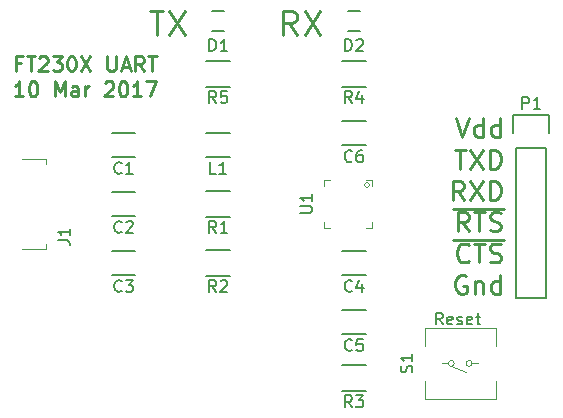
<source format=gbr>
G04 #@! TF.FileFunction,Legend,Top*
%FSLAX46Y46*%
G04 Gerber Fmt 4.6, Leading zero omitted, Abs format (unit mm)*
G04 Created by KiCad (PCBNEW 4.0.6) date 03/10/17 18:33:18*
%MOMM*%
%LPD*%
G01*
G04 APERTURE LIST*
%ADD10C,0.150000*%
%ADD11C,0.250000*%
%ADD12C,0.100000*%
G04 APERTURE END LIST*
D10*
D11*
X140053572Y-67348214D02*
X139636905Y-67348214D01*
X139636905Y-68002976D02*
X139636905Y-66752976D01*
X140232143Y-66752976D01*
X140529763Y-66752976D02*
X141244048Y-66752976D01*
X140886905Y-68002976D02*
X140886905Y-66752976D01*
X141601191Y-66872024D02*
X141660715Y-66812500D01*
X141779763Y-66752976D01*
X142077382Y-66752976D01*
X142196429Y-66812500D01*
X142255953Y-66872024D01*
X142315477Y-66991071D01*
X142315477Y-67110119D01*
X142255953Y-67288690D01*
X141541667Y-68002976D01*
X142315477Y-68002976D01*
X142732143Y-66752976D02*
X143505953Y-66752976D01*
X143089286Y-67229167D01*
X143267858Y-67229167D01*
X143386905Y-67288690D01*
X143446429Y-67348214D01*
X143505953Y-67467262D01*
X143505953Y-67764881D01*
X143446429Y-67883929D01*
X143386905Y-67943452D01*
X143267858Y-68002976D01*
X142910715Y-68002976D01*
X142791667Y-67943452D01*
X142732143Y-67883929D01*
X144279762Y-66752976D02*
X144398810Y-66752976D01*
X144517858Y-66812500D01*
X144577381Y-66872024D01*
X144636905Y-66991071D01*
X144696429Y-67229167D01*
X144696429Y-67526786D01*
X144636905Y-67764881D01*
X144577381Y-67883929D01*
X144517858Y-67943452D01*
X144398810Y-68002976D01*
X144279762Y-68002976D01*
X144160715Y-67943452D01*
X144101191Y-67883929D01*
X144041667Y-67764881D01*
X143982143Y-67526786D01*
X143982143Y-67229167D01*
X144041667Y-66991071D01*
X144101191Y-66872024D01*
X144160715Y-66812500D01*
X144279762Y-66752976D01*
X145113095Y-66752976D02*
X145946429Y-68002976D01*
X145946429Y-66752976D02*
X145113095Y-68002976D01*
X147375000Y-66752976D02*
X147375000Y-67764881D01*
X147434524Y-67883929D01*
X147494048Y-67943452D01*
X147613095Y-68002976D01*
X147851191Y-68002976D01*
X147970238Y-67943452D01*
X148029762Y-67883929D01*
X148089286Y-67764881D01*
X148089286Y-66752976D01*
X148625000Y-67645833D02*
X149220238Y-67645833D01*
X148505953Y-68002976D02*
X148922619Y-66752976D01*
X149339286Y-68002976D01*
X150470239Y-68002976D02*
X150053572Y-67407738D01*
X149755953Y-68002976D02*
X149755953Y-66752976D01*
X150232144Y-66752976D01*
X150351191Y-66812500D01*
X150410715Y-66872024D01*
X150470239Y-66991071D01*
X150470239Y-67169643D01*
X150410715Y-67288690D01*
X150351191Y-67348214D01*
X150232144Y-67407738D01*
X149755953Y-67407738D01*
X150827382Y-66752976D02*
X151541667Y-66752976D01*
X151184524Y-68002976D02*
X151184524Y-66752976D01*
X140261906Y-70127976D02*
X139547620Y-70127976D01*
X139904763Y-70127976D02*
X139904763Y-68877976D01*
X139785715Y-69056548D01*
X139666668Y-69175595D01*
X139547620Y-69235119D01*
X141035715Y-68877976D02*
X141154763Y-68877976D01*
X141273811Y-68937500D01*
X141333334Y-68997024D01*
X141392858Y-69116071D01*
X141452382Y-69354167D01*
X141452382Y-69651786D01*
X141392858Y-69889881D01*
X141333334Y-70008929D01*
X141273811Y-70068452D01*
X141154763Y-70127976D01*
X141035715Y-70127976D01*
X140916668Y-70068452D01*
X140857144Y-70008929D01*
X140797620Y-69889881D01*
X140738096Y-69651786D01*
X140738096Y-69354167D01*
X140797620Y-69116071D01*
X140857144Y-68997024D01*
X140916668Y-68937500D01*
X141035715Y-68877976D01*
X142940477Y-70127976D02*
X142940477Y-68877976D01*
X143357144Y-69770833D01*
X143773810Y-68877976D01*
X143773810Y-70127976D01*
X144904762Y-70127976D02*
X144904762Y-69473214D01*
X144845239Y-69354167D01*
X144726191Y-69294643D01*
X144488096Y-69294643D01*
X144369048Y-69354167D01*
X144904762Y-70068452D02*
X144785715Y-70127976D01*
X144488096Y-70127976D01*
X144369048Y-70068452D01*
X144309524Y-69949405D01*
X144309524Y-69830357D01*
X144369048Y-69711310D01*
X144488096Y-69651786D01*
X144785715Y-69651786D01*
X144904762Y-69592262D01*
X145500000Y-70127976D02*
X145500000Y-69294643D01*
X145500000Y-69532738D02*
X145559524Y-69413690D01*
X145619048Y-69354167D01*
X145738095Y-69294643D01*
X145857143Y-69294643D01*
X147166667Y-68997024D02*
X147226191Y-68937500D01*
X147345239Y-68877976D01*
X147642858Y-68877976D01*
X147761905Y-68937500D01*
X147821429Y-68997024D01*
X147880953Y-69116071D01*
X147880953Y-69235119D01*
X147821429Y-69413690D01*
X147107143Y-70127976D01*
X147880953Y-70127976D01*
X148654762Y-68877976D02*
X148773810Y-68877976D01*
X148892858Y-68937500D01*
X148952381Y-68997024D01*
X149011905Y-69116071D01*
X149071429Y-69354167D01*
X149071429Y-69651786D01*
X149011905Y-69889881D01*
X148952381Y-70008929D01*
X148892858Y-70068452D01*
X148773810Y-70127976D01*
X148654762Y-70127976D01*
X148535715Y-70068452D01*
X148476191Y-70008929D01*
X148416667Y-69889881D01*
X148357143Y-69651786D01*
X148357143Y-69354167D01*
X148416667Y-69116071D01*
X148476191Y-68997024D01*
X148535715Y-68937500D01*
X148654762Y-68877976D01*
X150261905Y-70127976D02*
X149547619Y-70127976D01*
X149904762Y-70127976D02*
X149904762Y-68877976D01*
X149785714Y-69056548D01*
X149666667Y-69175595D01*
X149547619Y-69235119D01*
X150678571Y-68877976D02*
X151511905Y-68877976D01*
X150976190Y-70127976D01*
D10*
X175761905Y-89452381D02*
X175428571Y-88976190D01*
X175190476Y-89452381D02*
X175190476Y-88452381D01*
X175571429Y-88452381D01*
X175666667Y-88500000D01*
X175714286Y-88547619D01*
X175761905Y-88642857D01*
X175761905Y-88785714D01*
X175714286Y-88880952D01*
X175666667Y-88928571D01*
X175571429Y-88976190D01*
X175190476Y-88976190D01*
X176571429Y-89404762D02*
X176476191Y-89452381D01*
X176285714Y-89452381D01*
X176190476Y-89404762D01*
X176142857Y-89309524D01*
X176142857Y-88928571D01*
X176190476Y-88833333D01*
X176285714Y-88785714D01*
X176476191Y-88785714D01*
X176571429Y-88833333D01*
X176619048Y-88928571D01*
X176619048Y-89023810D01*
X176142857Y-89119048D01*
X177000000Y-89404762D02*
X177095238Y-89452381D01*
X177285714Y-89452381D01*
X177380953Y-89404762D01*
X177428572Y-89309524D01*
X177428572Y-89261905D01*
X177380953Y-89166667D01*
X177285714Y-89119048D01*
X177142857Y-89119048D01*
X177047619Y-89071429D01*
X177000000Y-88976190D01*
X177000000Y-88928571D01*
X177047619Y-88833333D01*
X177142857Y-88785714D01*
X177285714Y-88785714D01*
X177380953Y-88833333D01*
X178238096Y-89404762D02*
X178142858Y-89452381D01*
X177952381Y-89452381D01*
X177857143Y-89404762D01*
X177809524Y-89309524D01*
X177809524Y-88928571D01*
X177857143Y-88833333D01*
X177952381Y-88785714D01*
X178142858Y-88785714D01*
X178238096Y-88833333D01*
X178285715Y-88928571D01*
X178285715Y-89023810D01*
X177809524Y-89119048D01*
X178571429Y-88785714D02*
X178952381Y-88785714D01*
X178714286Y-88452381D02*
X178714286Y-89309524D01*
X178761905Y-89404762D01*
X178857143Y-89452381D01*
X178952381Y-89452381D01*
D11*
X176885714Y-71998810D02*
X177419047Y-73598810D01*
X177952381Y-71998810D01*
X179171429Y-73598810D02*
X179171429Y-71998810D01*
X179171429Y-73522619D02*
X179019048Y-73598810D01*
X178714286Y-73598810D01*
X178561905Y-73522619D01*
X178485714Y-73446429D01*
X178409524Y-73294048D01*
X178409524Y-72836905D01*
X178485714Y-72684524D01*
X178561905Y-72608333D01*
X178714286Y-72532143D01*
X179019048Y-72532143D01*
X179171429Y-72608333D01*
X180619048Y-73598810D02*
X180619048Y-71998810D01*
X180619048Y-73522619D02*
X180466667Y-73598810D01*
X180161905Y-73598810D01*
X180009524Y-73522619D01*
X179933333Y-73446429D01*
X179857143Y-73294048D01*
X179857143Y-72836905D01*
X179933333Y-72684524D01*
X180009524Y-72608333D01*
X180161905Y-72532143D01*
X180466667Y-72532143D01*
X180619048Y-72608333D01*
X176809523Y-74648810D02*
X177723809Y-74648810D01*
X177266666Y-76248810D02*
X177266666Y-74648810D01*
X178104761Y-74648810D02*
X179171428Y-76248810D01*
X179171428Y-74648810D02*
X178104761Y-76248810D01*
X179780952Y-76248810D02*
X179780952Y-74648810D01*
X180161905Y-74648810D01*
X180390476Y-74725000D01*
X180542857Y-74877381D01*
X180619048Y-75029762D01*
X180695238Y-75334524D01*
X180695238Y-75563095D01*
X180619048Y-75867857D01*
X180542857Y-76020238D01*
X180390476Y-76172619D01*
X180161905Y-76248810D01*
X179780952Y-76248810D01*
X177571428Y-78898810D02*
X177038095Y-78136905D01*
X176657142Y-78898810D02*
X176657142Y-77298810D01*
X177266666Y-77298810D01*
X177419047Y-77375000D01*
X177495238Y-77451190D01*
X177571428Y-77603571D01*
X177571428Y-77832143D01*
X177495238Y-77984524D01*
X177419047Y-78060714D01*
X177266666Y-78136905D01*
X176657142Y-78136905D01*
X178104761Y-77298810D02*
X179171428Y-78898810D01*
X179171428Y-77298810D02*
X178104761Y-78898810D01*
X179780952Y-78898810D02*
X179780952Y-77298810D01*
X180161905Y-77298810D01*
X180390476Y-77375000D01*
X180542857Y-77527381D01*
X180619048Y-77679762D01*
X180695238Y-77984524D01*
X180695238Y-78213095D01*
X180619048Y-78517857D01*
X180542857Y-78670238D01*
X180390476Y-78822619D01*
X180161905Y-78898810D01*
X179780952Y-78898810D01*
X177952380Y-81548810D02*
X177419047Y-80786905D01*
X177038094Y-81548810D02*
X177038094Y-79948810D01*
X177647618Y-79948810D01*
X177799999Y-80025000D01*
X177876190Y-80101190D01*
X177952380Y-80253571D01*
X177952380Y-80482143D01*
X177876190Y-80634524D01*
X177799999Y-80710714D01*
X177647618Y-80786905D01*
X177038094Y-80786905D01*
X178409523Y-79948810D02*
X179323809Y-79948810D01*
X178866666Y-81548810D02*
X178866666Y-79948810D01*
X179780952Y-81472619D02*
X180009523Y-81548810D01*
X180390476Y-81548810D01*
X180542857Y-81472619D01*
X180619047Y-81396429D01*
X180695238Y-81244048D01*
X180695238Y-81091667D01*
X180619047Y-80939286D01*
X180542857Y-80863095D01*
X180390476Y-80786905D01*
X180085714Y-80710714D01*
X179933333Y-80634524D01*
X179857142Y-80558333D01*
X179780952Y-80405952D01*
X179780952Y-80253571D01*
X179857142Y-80101190D01*
X179933333Y-80025000D01*
X180085714Y-79948810D01*
X180466666Y-79948810D01*
X180695238Y-80025000D01*
X176657142Y-79673000D02*
X181000000Y-79673000D01*
X177952380Y-84046429D02*
X177876190Y-84122619D01*
X177647618Y-84198810D01*
X177495237Y-84198810D01*
X177266666Y-84122619D01*
X177114285Y-83970238D01*
X177038094Y-83817857D01*
X176961904Y-83513095D01*
X176961904Y-83284524D01*
X177038094Y-82979762D01*
X177114285Y-82827381D01*
X177266666Y-82675000D01*
X177495237Y-82598810D01*
X177647618Y-82598810D01*
X177876190Y-82675000D01*
X177952380Y-82751190D01*
X178409523Y-82598810D02*
X179323809Y-82598810D01*
X178866666Y-84198810D02*
X178866666Y-82598810D01*
X179780952Y-84122619D02*
X180009523Y-84198810D01*
X180390476Y-84198810D01*
X180542857Y-84122619D01*
X180619047Y-84046429D01*
X180695238Y-83894048D01*
X180695238Y-83741667D01*
X180619047Y-83589286D01*
X180542857Y-83513095D01*
X180390476Y-83436905D01*
X180085714Y-83360714D01*
X179933333Y-83284524D01*
X179857142Y-83208333D01*
X179780952Y-83055952D01*
X179780952Y-82903571D01*
X179857142Y-82751190D01*
X179933333Y-82675000D01*
X180085714Y-82598810D01*
X180466666Y-82598810D01*
X180695238Y-82675000D01*
X176657142Y-82323000D02*
X181000000Y-82323000D01*
X177723810Y-85325000D02*
X177571429Y-85248810D01*
X177342857Y-85248810D01*
X177114286Y-85325000D01*
X176961905Y-85477381D01*
X176885714Y-85629762D01*
X176809524Y-85934524D01*
X176809524Y-86163095D01*
X176885714Y-86467857D01*
X176961905Y-86620238D01*
X177114286Y-86772619D01*
X177342857Y-86848810D01*
X177495238Y-86848810D01*
X177723810Y-86772619D01*
X177800000Y-86696429D01*
X177800000Y-86163095D01*
X177495238Y-86163095D01*
X178485714Y-85782143D02*
X178485714Y-86848810D01*
X178485714Y-85934524D02*
X178561905Y-85858333D01*
X178714286Y-85782143D01*
X178942857Y-85782143D01*
X179095238Y-85858333D01*
X179171429Y-86010714D01*
X179171429Y-86848810D01*
X180619048Y-86848810D02*
X180619048Y-85248810D01*
X180619048Y-86772619D02*
X180466667Y-86848810D01*
X180161905Y-86848810D01*
X180009524Y-86772619D01*
X179933333Y-86696429D01*
X179857143Y-86544048D01*
X179857143Y-86086905D01*
X179933333Y-85934524D01*
X180009524Y-85858333D01*
X180161905Y-85782143D01*
X180466667Y-85782143D01*
X180619048Y-85858333D01*
X163404762Y-64904762D02*
X162738095Y-63952381D01*
X162261904Y-64904762D02*
X162261904Y-62904762D01*
X163023809Y-62904762D01*
X163214285Y-63000000D01*
X163309524Y-63095238D01*
X163404762Y-63285714D01*
X163404762Y-63571429D01*
X163309524Y-63761905D01*
X163214285Y-63857143D01*
X163023809Y-63952381D01*
X162261904Y-63952381D01*
X164071428Y-62904762D02*
X165404762Y-64904762D01*
X165404762Y-62904762D02*
X164071428Y-64904762D01*
X150976190Y-62904762D02*
X152119047Y-62904762D01*
X151547619Y-64904762D02*
X151547619Y-62904762D01*
X152595238Y-62904762D02*
X153928572Y-64904762D01*
X153928572Y-62904762D02*
X152595238Y-64904762D01*
D10*
X149750000Y-73225000D02*
X147750000Y-73225000D01*
X147750000Y-75275000D02*
X149750000Y-75275000D01*
X149750000Y-78225000D02*
X147750000Y-78225000D01*
X147750000Y-80275000D02*
X149750000Y-80275000D01*
X149750000Y-83225000D02*
X147750000Y-83225000D01*
X147750000Y-85275000D02*
X149750000Y-85275000D01*
X169250000Y-83225000D02*
X167250000Y-83225000D01*
X167250000Y-85275000D02*
X169250000Y-85275000D01*
X169250000Y-88225000D02*
X167250000Y-88225000D01*
X167250000Y-90275000D02*
X169250000Y-90275000D01*
X167250000Y-74275000D02*
X169250000Y-74275000D01*
X169250000Y-72225000D02*
X167250000Y-72225000D01*
X156250000Y-64600000D02*
X157250000Y-64600000D01*
X157250000Y-62900000D02*
X156250000Y-62900000D01*
X167750000Y-64600000D02*
X168750000Y-64600000D01*
X168750000Y-62900000D02*
X167750000Y-62900000D01*
D12*
X142150000Y-82650000D02*
X142150000Y-83050000D01*
X142150000Y-83050000D02*
X140150000Y-83050000D01*
X140150000Y-75450000D02*
X142150000Y-75450000D01*
X142150000Y-75450000D02*
X142150000Y-75850000D01*
D10*
X155750000Y-75275000D02*
X157750000Y-75275000D01*
X157750000Y-73225000D02*
X155750000Y-73225000D01*
X184520000Y-74520000D02*
X184520000Y-87220000D01*
X184520000Y-87220000D02*
X181980000Y-87220000D01*
X181980000Y-87220000D02*
X181980000Y-74520000D01*
X184800000Y-71700000D02*
X184800000Y-73250000D01*
X184520000Y-74520000D02*
X181980000Y-74520000D01*
X181700000Y-73250000D02*
X181700000Y-71700000D01*
X181700000Y-71700000D02*
X184800000Y-71700000D01*
X157750000Y-80325000D02*
X155750000Y-80325000D01*
X155750000Y-78175000D02*
X157750000Y-78175000D01*
X155750000Y-83175000D02*
X157750000Y-83175000D01*
X157750000Y-85325000D02*
X155750000Y-85325000D01*
X169250000Y-95075000D02*
X167250000Y-95075000D01*
X167250000Y-92925000D02*
X169250000Y-92925000D01*
X169250000Y-69325000D02*
X167250000Y-69325000D01*
X167250000Y-67175000D02*
X169250000Y-67175000D01*
X155750000Y-67175000D02*
X157750000Y-67175000D01*
X157750000Y-69325000D02*
X155750000Y-69325000D01*
D12*
X176500000Y-93000000D02*
X177750000Y-93500000D01*
X178250000Y-92750000D02*
G75*
G03X178250000Y-92750000I-250000J0D01*
G01*
X178750000Y-92750000D02*
X178250000Y-92750000D01*
X176750000Y-92750000D02*
G75*
G03X176750000Y-92750000I-250000J0D01*
G01*
X175750000Y-92750000D02*
X176250000Y-92750000D01*
X174250000Y-94250000D02*
X174250000Y-95750000D01*
X174250000Y-95750000D02*
X180250000Y-95750000D01*
X180250000Y-95750000D02*
X180250000Y-94250000D01*
X180250000Y-91250000D02*
X180250000Y-89750000D01*
X180250000Y-89750000D02*
X174250000Y-89750000D01*
X174250000Y-89750000D02*
X174250000Y-91250000D01*
X169550000Y-77650000D02*
G75*
G03X169550000Y-77650000I-200000J0D01*
G01*
X165750000Y-77750000D02*
X165750000Y-77250000D01*
X165750000Y-77250000D02*
X166250000Y-77250000D01*
X166250000Y-81250000D02*
X165750000Y-81250000D01*
X165750000Y-81250000D02*
X165750000Y-80750000D01*
X169750000Y-80750000D02*
X169750000Y-81250000D01*
X169750000Y-81250000D02*
X169250000Y-81250000D01*
X169750000Y-77250000D02*
X169250000Y-77250000D01*
X169750000Y-77250000D02*
X169750000Y-77750000D01*
D10*
X148583334Y-76607143D02*
X148535715Y-76654762D01*
X148392858Y-76702381D01*
X148297620Y-76702381D01*
X148154762Y-76654762D01*
X148059524Y-76559524D01*
X148011905Y-76464286D01*
X147964286Y-76273810D01*
X147964286Y-76130952D01*
X148011905Y-75940476D01*
X148059524Y-75845238D01*
X148154762Y-75750000D01*
X148297620Y-75702381D01*
X148392858Y-75702381D01*
X148535715Y-75750000D01*
X148583334Y-75797619D01*
X149535715Y-76702381D02*
X148964286Y-76702381D01*
X149250000Y-76702381D02*
X149250000Y-75702381D01*
X149154762Y-75845238D01*
X149059524Y-75940476D01*
X148964286Y-75988095D01*
X148583334Y-81607143D02*
X148535715Y-81654762D01*
X148392858Y-81702381D01*
X148297620Y-81702381D01*
X148154762Y-81654762D01*
X148059524Y-81559524D01*
X148011905Y-81464286D01*
X147964286Y-81273810D01*
X147964286Y-81130952D01*
X148011905Y-80940476D01*
X148059524Y-80845238D01*
X148154762Y-80750000D01*
X148297620Y-80702381D01*
X148392858Y-80702381D01*
X148535715Y-80750000D01*
X148583334Y-80797619D01*
X148964286Y-80797619D02*
X149011905Y-80750000D01*
X149107143Y-80702381D01*
X149345239Y-80702381D01*
X149440477Y-80750000D01*
X149488096Y-80797619D01*
X149535715Y-80892857D01*
X149535715Y-80988095D01*
X149488096Y-81130952D01*
X148916667Y-81702381D01*
X149535715Y-81702381D01*
X148583334Y-86607143D02*
X148535715Y-86654762D01*
X148392858Y-86702381D01*
X148297620Y-86702381D01*
X148154762Y-86654762D01*
X148059524Y-86559524D01*
X148011905Y-86464286D01*
X147964286Y-86273810D01*
X147964286Y-86130952D01*
X148011905Y-85940476D01*
X148059524Y-85845238D01*
X148154762Y-85750000D01*
X148297620Y-85702381D01*
X148392858Y-85702381D01*
X148535715Y-85750000D01*
X148583334Y-85797619D01*
X148916667Y-85702381D02*
X149535715Y-85702381D01*
X149202381Y-86083333D01*
X149345239Y-86083333D01*
X149440477Y-86130952D01*
X149488096Y-86178571D01*
X149535715Y-86273810D01*
X149535715Y-86511905D01*
X149488096Y-86607143D01*
X149440477Y-86654762D01*
X149345239Y-86702381D01*
X149059524Y-86702381D01*
X148964286Y-86654762D01*
X148916667Y-86607143D01*
X168083334Y-86607143D02*
X168035715Y-86654762D01*
X167892858Y-86702381D01*
X167797620Y-86702381D01*
X167654762Y-86654762D01*
X167559524Y-86559524D01*
X167511905Y-86464286D01*
X167464286Y-86273810D01*
X167464286Y-86130952D01*
X167511905Y-85940476D01*
X167559524Y-85845238D01*
X167654762Y-85750000D01*
X167797620Y-85702381D01*
X167892858Y-85702381D01*
X168035715Y-85750000D01*
X168083334Y-85797619D01*
X168940477Y-86035714D02*
X168940477Y-86702381D01*
X168702381Y-85654762D02*
X168464286Y-86369048D01*
X169083334Y-86369048D01*
X168083334Y-91607143D02*
X168035715Y-91654762D01*
X167892858Y-91702381D01*
X167797620Y-91702381D01*
X167654762Y-91654762D01*
X167559524Y-91559524D01*
X167511905Y-91464286D01*
X167464286Y-91273810D01*
X167464286Y-91130952D01*
X167511905Y-90940476D01*
X167559524Y-90845238D01*
X167654762Y-90750000D01*
X167797620Y-90702381D01*
X167892858Y-90702381D01*
X168035715Y-90750000D01*
X168083334Y-90797619D01*
X168988096Y-90702381D02*
X168511905Y-90702381D01*
X168464286Y-91178571D01*
X168511905Y-91130952D01*
X168607143Y-91083333D01*
X168845239Y-91083333D01*
X168940477Y-91130952D01*
X168988096Y-91178571D01*
X169035715Y-91273810D01*
X169035715Y-91511905D01*
X168988096Y-91607143D01*
X168940477Y-91654762D01*
X168845239Y-91702381D01*
X168607143Y-91702381D01*
X168511905Y-91654762D01*
X168464286Y-91607143D01*
X168083334Y-75607143D02*
X168035715Y-75654762D01*
X167892858Y-75702381D01*
X167797620Y-75702381D01*
X167654762Y-75654762D01*
X167559524Y-75559524D01*
X167511905Y-75464286D01*
X167464286Y-75273810D01*
X167464286Y-75130952D01*
X167511905Y-74940476D01*
X167559524Y-74845238D01*
X167654762Y-74750000D01*
X167797620Y-74702381D01*
X167892858Y-74702381D01*
X168035715Y-74750000D01*
X168083334Y-74797619D01*
X168940477Y-74702381D02*
X168750000Y-74702381D01*
X168654762Y-74750000D01*
X168607143Y-74797619D01*
X168511905Y-74940476D01*
X168464286Y-75130952D01*
X168464286Y-75511905D01*
X168511905Y-75607143D01*
X168559524Y-75654762D01*
X168654762Y-75702381D01*
X168845239Y-75702381D01*
X168940477Y-75654762D01*
X168988096Y-75607143D01*
X169035715Y-75511905D01*
X169035715Y-75273810D01*
X168988096Y-75178571D01*
X168940477Y-75130952D01*
X168845239Y-75083333D01*
X168654762Y-75083333D01*
X168559524Y-75130952D01*
X168511905Y-75178571D01*
X168464286Y-75273810D01*
X156011905Y-66302381D02*
X156011905Y-65302381D01*
X156250000Y-65302381D01*
X156392858Y-65350000D01*
X156488096Y-65445238D01*
X156535715Y-65540476D01*
X156583334Y-65730952D01*
X156583334Y-65873810D01*
X156535715Y-66064286D01*
X156488096Y-66159524D01*
X156392858Y-66254762D01*
X156250000Y-66302381D01*
X156011905Y-66302381D01*
X157535715Y-66302381D02*
X156964286Y-66302381D01*
X157250000Y-66302381D02*
X157250000Y-65302381D01*
X157154762Y-65445238D01*
X157059524Y-65540476D01*
X156964286Y-65588095D01*
X167511905Y-66302381D02*
X167511905Y-65302381D01*
X167750000Y-65302381D01*
X167892858Y-65350000D01*
X167988096Y-65445238D01*
X168035715Y-65540476D01*
X168083334Y-65730952D01*
X168083334Y-65873810D01*
X168035715Y-66064286D01*
X167988096Y-66159524D01*
X167892858Y-66254762D01*
X167750000Y-66302381D01*
X167511905Y-66302381D01*
X168464286Y-65397619D02*
X168511905Y-65350000D01*
X168607143Y-65302381D01*
X168845239Y-65302381D01*
X168940477Y-65350000D01*
X168988096Y-65397619D01*
X169035715Y-65492857D01*
X169035715Y-65588095D01*
X168988096Y-65730952D01*
X168416667Y-66302381D01*
X169035715Y-66302381D01*
X143202381Y-82333333D02*
X143916667Y-82333333D01*
X144059524Y-82380953D01*
X144154762Y-82476191D01*
X144202381Y-82619048D01*
X144202381Y-82714286D01*
X144202381Y-81333333D02*
X144202381Y-81904762D01*
X144202381Y-81619048D02*
X143202381Y-81619048D01*
X143345238Y-81714286D01*
X143440476Y-81809524D01*
X143488095Y-81904762D01*
X156583334Y-76702381D02*
X156107143Y-76702381D01*
X156107143Y-75702381D01*
X157440477Y-76702381D02*
X156869048Y-76702381D01*
X157154762Y-76702381D02*
X157154762Y-75702381D01*
X157059524Y-75845238D01*
X156964286Y-75940476D01*
X156869048Y-75988095D01*
X182511905Y-71202381D02*
X182511905Y-70202381D01*
X182892858Y-70202381D01*
X182988096Y-70250000D01*
X183035715Y-70297619D01*
X183083334Y-70392857D01*
X183083334Y-70535714D01*
X183035715Y-70630952D01*
X182988096Y-70678571D01*
X182892858Y-70726190D01*
X182511905Y-70726190D01*
X184035715Y-71202381D02*
X183464286Y-71202381D01*
X183750000Y-71202381D02*
X183750000Y-70202381D01*
X183654762Y-70345238D01*
X183559524Y-70440476D01*
X183464286Y-70488095D01*
X156583334Y-81702381D02*
X156250000Y-81226190D01*
X156011905Y-81702381D02*
X156011905Y-80702381D01*
X156392858Y-80702381D01*
X156488096Y-80750000D01*
X156535715Y-80797619D01*
X156583334Y-80892857D01*
X156583334Y-81035714D01*
X156535715Y-81130952D01*
X156488096Y-81178571D01*
X156392858Y-81226190D01*
X156011905Y-81226190D01*
X157535715Y-81702381D02*
X156964286Y-81702381D01*
X157250000Y-81702381D02*
X157250000Y-80702381D01*
X157154762Y-80845238D01*
X157059524Y-80940476D01*
X156964286Y-80988095D01*
X156583334Y-86702381D02*
X156250000Y-86226190D01*
X156011905Y-86702381D02*
X156011905Y-85702381D01*
X156392858Y-85702381D01*
X156488096Y-85750000D01*
X156535715Y-85797619D01*
X156583334Y-85892857D01*
X156583334Y-86035714D01*
X156535715Y-86130952D01*
X156488096Y-86178571D01*
X156392858Y-86226190D01*
X156011905Y-86226190D01*
X156964286Y-85797619D02*
X157011905Y-85750000D01*
X157107143Y-85702381D01*
X157345239Y-85702381D01*
X157440477Y-85750000D01*
X157488096Y-85797619D01*
X157535715Y-85892857D01*
X157535715Y-85988095D01*
X157488096Y-86130952D01*
X156916667Y-86702381D01*
X157535715Y-86702381D01*
X168083334Y-96452381D02*
X167750000Y-95976190D01*
X167511905Y-96452381D02*
X167511905Y-95452381D01*
X167892858Y-95452381D01*
X167988096Y-95500000D01*
X168035715Y-95547619D01*
X168083334Y-95642857D01*
X168083334Y-95785714D01*
X168035715Y-95880952D01*
X167988096Y-95928571D01*
X167892858Y-95976190D01*
X167511905Y-95976190D01*
X168416667Y-95452381D02*
X169035715Y-95452381D01*
X168702381Y-95833333D01*
X168845239Y-95833333D01*
X168940477Y-95880952D01*
X168988096Y-95928571D01*
X169035715Y-96023810D01*
X169035715Y-96261905D01*
X168988096Y-96357143D01*
X168940477Y-96404762D01*
X168845239Y-96452381D01*
X168559524Y-96452381D01*
X168464286Y-96404762D01*
X168416667Y-96357143D01*
X168083334Y-70702381D02*
X167750000Y-70226190D01*
X167511905Y-70702381D02*
X167511905Y-69702381D01*
X167892858Y-69702381D01*
X167988096Y-69750000D01*
X168035715Y-69797619D01*
X168083334Y-69892857D01*
X168083334Y-70035714D01*
X168035715Y-70130952D01*
X167988096Y-70178571D01*
X167892858Y-70226190D01*
X167511905Y-70226190D01*
X168940477Y-70035714D02*
X168940477Y-70702381D01*
X168702381Y-69654762D02*
X168464286Y-70369048D01*
X169083334Y-70369048D01*
X156583334Y-70702381D02*
X156250000Y-70226190D01*
X156011905Y-70702381D02*
X156011905Y-69702381D01*
X156392858Y-69702381D01*
X156488096Y-69750000D01*
X156535715Y-69797619D01*
X156583334Y-69892857D01*
X156583334Y-70035714D01*
X156535715Y-70130952D01*
X156488096Y-70178571D01*
X156392858Y-70226190D01*
X156011905Y-70226190D01*
X157488096Y-69702381D02*
X157011905Y-69702381D01*
X156964286Y-70178571D01*
X157011905Y-70130952D01*
X157107143Y-70083333D01*
X157345239Y-70083333D01*
X157440477Y-70130952D01*
X157488096Y-70178571D01*
X157535715Y-70273810D01*
X157535715Y-70511905D01*
X157488096Y-70607143D01*
X157440477Y-70654762D01*
X157345239Y-70702381D01*
X157107143Y-70702381D01*
X157011905Y-70654762D01*
X156964286Y-70607143D01*
X173154762Y-93511905D02*
X173202381Y-93369048D01*
X173202381Y-93130952D01*
X173154762Y-93035714D01*
X173107143Y-92988095D01*
X173011905Y-92940476D01*
X172916667Y-92940476D01*
X172821429Y-92988095D01*
X172773810Y-93035714D01*
X172726190Y-93130952D01*
X172678571Y-93321429D01*
X172630952Y-93416667D01*
X172583333Y-93464286D01*
X172488095Y-93511905D01*
X172392857Y-93511905D01*
X172297619Y-93464286D01*
X172250000Y-93416667D01*
X172202381Y-93321429D01*
X172202381Y-93083333D01*
X172250000Y-92940476D01*
X173202381Y-91988095D02*
X173202381Y-92559524D01*
X173202381Y-92273810D02*
X172202381Y-92273810D01*
X172345238Y-92369048D01*
X172440476Y-92464286D01*
X172488095Y-92559524D01*
X163702381Y-80011905D02*
X164511905Y-80011905D01*
X164607143Y-79964286D01*
X164654762Y-79916667D01*
X164702381Y-79821429D01*
X164702381Y-79630952D01*
X164654762Y-79535714D01*
X164607143Y-79488095D01*
X164511905Y-79440476D01*
X163702381Y-79440476D01*
X164702381Y-78440476D02*
X164702381Y-79011905D01*
X164702381Y-78726191D02*
X163702381Y-78726191D01*
X163845238Y-78821429D01*
X163940476Y-78916667D01*
X163988095Y-79011905D01*
M02*

</source>
